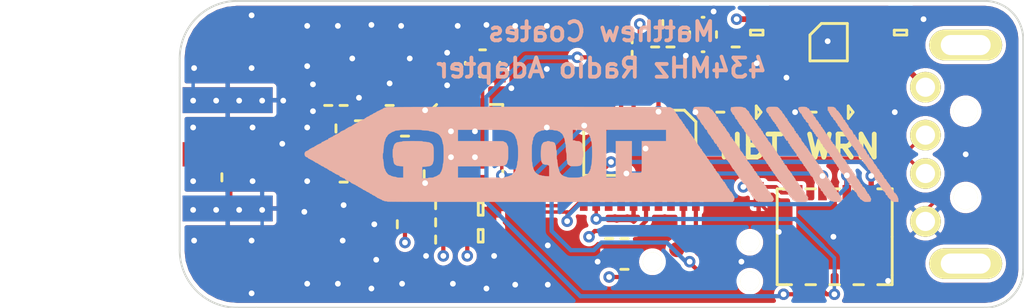
<source format=kicad_pcb>
(kicad_pcb (version 4) (host pcbnew 4.0.2-4+6225~38~ubuntu14.04.1-stable)
  (layers (0 F.Cu signal) (1 In1.Cu signal) (2 In2.Cu signal) (31 B.Cu signal) (34 B.Paste user hide) (35 F.Paste user hide) (36 B.SilkS user) (37 F.SilkS user) (38 B.Mask user hide) (39 F.Mask user) (44 Edge.Cuts user))
  (net 0 "")
  (net 1 "Net-(IC2-Pad3)")
  (net 2 "Net-(IC3-Pad7)")
  (net 3 "Net-(IC3-Pad9)")
  (net 4 "Net-(IC3-Pad10)")
  (net 5 "Net-(IC3-Pad16)")
  (net 6 "Net-(IC3-Pad17)")
  (net 7 "Net-(IC3-Pad19)")
  (net 8 "Net-(IC3-Pad20)")
  (net 9 "Net-(J1-Pad6)")
  (net 10 "Net-(J1-Pad5)")
  (net 11 GND)
  (net 12 "Net-(C1-Pad2)")
  (net 13 3v3)
  (net 14 "Net-(C2-Pad2)")
  (net 15 "Net-(C3-Pad1)")
  (net 16 "Net-(C3-Pad2)")
  (net 17 "Net-(C4-Pad1)")
  (net 18 "Net-(C4-Pad2)")
  (net 19 5v)
  (net 20 "Net-(C8-Pad1)")
  (net 21 "Net-(C9-Pad1)")
  (net 22 "Net-(C17-Pad2)")
  (net 23 "Net-(C18-Pad2)")
  (net 24 /~RST)
  (net 25 "Net-(D1-Pad1)")
  (net 26 /SPI1_NSS_FLASH)
  (net 27 /Radio_nIRQ)
  (net 28 /SPI1_NSS_RADIO)
  (net 29 /SPI1_SCK)
  (net 30 /SPI1_MISO)
  (net 31 /SPI1_MOSI)
  (net 32 /USB_DM)
  (net 33 /USB_DP)
  (net 34 /SWDIO)
  (net 35 /SWCLK)
  (net 36 "Net-(IC4-Pad3)")
  (net 37 /FLASH_RST)
  (net 38 "Net-(P2-Pad6)")
  (net 39 "Net-(D2-Pad2)")
  (net 40 "Net-(D3-Pad2)")
  (net 41 /STAT_HBT)
  (net 42 /STAT_WRN)
  (module agg:TSSOP20 (layer F.Cu) (at 156 101.4 270)
    (fp_text reference IC2)
    (fp_text value STM32F042F6P6)
    (pad 1 smd rect (at -2.875 -2.925 270) (size 1.35 0.4) (layers F.Cu F.Paste F.Mask) (net 11 GND))
    (pad 2 smd rect (at -2.875 -2.275 270) (size 1.35 0.4) (layers F.Cu F.Paste F.Mask) (net 22 "Net-(C17-Pad2)"))
    (pad 3 smd rect (at -2.875 -1.625 270) (size 1.35 0.4) (layers F.Cu F.Paste F.Mask) (net 1 "Net-(IC2-Pad3)"))
    (pad 4 smd rect (at -2.875 -0.975 270) (size 1.35 0.4) (layers F.Cu F.Paste F.Mask) (net 24 /~RST))
    (pad 5 smd rect (at -2.875 -0.325 270) (size 1.35 0.4) (layers F.Cu F.Paste F.Mask) (net 13 3v3))
    (pad 6 smd rect (at -2.875 0.325 270) (size 1.35 0.4) (layers F.Cu F.Paste F.Mask) (net 41 /STAT_HBT))
    (pad 7 smd rect (at -2.875 0.975 270) (size 1.35 0.4) (layers F.Cu F.Paste F.Mask) (net 42 /STAT_WRN))
    (pad 8 smd rect (at -2.875 1.625 270) (size 1.35 0.4) (layers F.Cu F.Paste F.Mask) (net 26 /SPI1_NSS_FLASH))
    (pad 9 smd rect (at -2.875 2.275 270) (size 1.35 0.4) (layers F.Cu F.Paste F.Mask) (net 27 /Radio_nIRQ))
    (pad 10 smd rect (at -2.875 2.925 270) (size 1.35 0.4) (layers F.Cu F.Paste F.Mask) (net 28 /SPI1_NSS_RADIO))
    (pad 11 smd rect (at 2.875 2.925 270) (size 1.35 0.4) (layers F.Cu F.Paste F.Mask) (net 29 /SPI1_SCK))
    (pad 12 smd rect (at 2.875 2.275 270) (size 1.35 0.4) (layers F.Cu F.Paste F.Mask) (net 30 /SPI1_MISO))
    (pad 13 smd rect (at 2.875 1.625 270) (size 1.35 0.4) (layers F.Cu F.Paste F.Mask) (net 31 /SPI1_MOSI))
    (pad 14 smd rect (at 2.875 0.975 270) (size 1.35 0.4) (layers F.Cu F.Paste F.Mask) (net 37 /FLASH_RST))
    (pad 15 smd rect (at 2.875 0.325 270) (size 1.35 0.4) (layers F.Cu F.Paste F.Mask) (net 11 GND))
    (pad 16 smd rect (at 2.875 -0.325 270) (size 1.35 0.4) (layers F.Cu F.Paste F.Mask) (net 13 3v3))
    (pad 17 smd rect (at 2.875 -0.975 270) (size 1.35 0.4) (layers F.Cu F.Paste F.Mask) (net 32 /USB_DM))
    (pad 18 smd rect (at 2.875 -1.625 270) (size 1.35 0.4) (layers F.Cu F.Paste F.Mask) (net 33 /USB_DP))
    (pad 19 smd rect (at 2.875 -2.275 270) (size 1.35 0.4) (layers F.Cu F.Paste F.Mask) (net 34 /SWDIO))
    (pad 20 smd rect (at 2.875 -2.925 270) (size 1.35 0.4) (layers F.Cu F.Paste F.Mask) (net 35 /SWCLK))
  )
  (module agg:MSOP-8 (layer F.Cu) (at 165.85 96.15)
    (fp_text reference IC1)
    (fp_text value ADP3335)
    (pad 1 smd rect (at -2.2 -0.975) (size 1.45 0.45) (layers F.Cu F.Paste F.Mask) (net 13 3v3))
    (pad 2 smd rect (at -2.2 -0.325) (size 1.45 0.45) (layers F.Cu F.Paste F.Mask) (net 13 3v3))
    (pad 3 smd rect (at -2.2 0.325) (size 1.45 0.45) (layers F.Cu F.Paste F.Mask) (net 13 3v3))
    (pad 4 smd rect (at -2.2 0.975) (size 1.45 0.45) (layers F.Cu F.Paste F.Mask) (net 11 GND))
    (pad 5 smd rect (at 2.2 0.975) (size 1.45 0.45) (layers F.Cu F.Paste F.Mask) (net 14 "Net-(C2-Pad2)"))
    (pad 6 smd rect (at 2.2 0.325) (size 1.45 0.45) (layers F.Cu F.Paste F.Mask) (net 19 5v))
    (pad 7 smd rect (at 2.2 -0.325) (size 1.45 0.45) (layers F.Cu F.Paste F.Mask) (net 19 5v))
    (pad 8 smd rect (at 2.2 -0.975) (size 1.45 0.45) (layers F.Cu F.Paste F.Mask) (net 19 5v))
  )
  (module agg:QFN-20-EP-SI (layer F.Cu) (at 146.8 101.45)
    (fp_text reference IC3)
    (fp_text value Si4460)
    (pad 1 smd rect (at -2 -1) (size 0.75 0.3) (layers F.Cu F.Paste F.Mask) (net 11 GND))
    (pad 2 smd rect (at -2 -0.5) (size 0.75 0.3) (layers F.Cu F.Paste F.Mask) (net 12 "Net-(C1-Pad2)"))
    (pad 3 smd rect (at -2 0) (size 0.75 0.3) (layers F.Cu F.Paste F.Mask) (net 15 "Net-(C3-Pad1)"))
    (pad 4 smd rect (at -2 0.5) (size 0.75 0.3) (layers F.Cu F.Paste F.Mask) (net 17 "Net-(C4-Pad1)"))
    (pad 5 smd rect (at -2 1) (size 0.75 0.3) (layers F.Cu F.Paste F.Mask) (net 11 GND))
    (pad 6 smd rect (at -1 2) (size 0.3 0.75) (layers F.Cu F.Paste F.Mask) (net 13 3v3))
    (pad 7 smd rect (at -0.5 2) (size 0.3 0.75) (layers F.Cu F.Paste F.Mask) (net 2 "Net-(IC3-Pad7)"))
    (pad 8 smd rect (at 0 2) (size 0.3 0.75) (layers F.Cu F.Paste F.Mask) (net 13 3v3))
    (pad 9 smd rect (at 0.5 2) (size 0.3 0.75) (layers F.Cu F.Paste F.Mask) (net 3 "Net-(IC3-Pad9)"))
    (pad 10 smd rect (at 1 2) (size 0.3 0.75) (layers F.Cu F.Paste F.Mask) (net 4 "Net-(IC3-Pad10)"))
    (pad 11 smd rect (at 2 1) (size 0.75 0.3) (layers F.Cu F.Paste F.Mask) (net 27 /Radio_nIRQ))
    (pad 12 smd rect (at 2 0.5) (size 0.75 0.3) (layers F.Cu F.Paste F.Mask) (net 29 /SPI1_SCK))
    (pad 13 smd rect (at 2 0) (size 0.75 0.3) (layers F.Cu F.Paste F.Mask) (net 30 /SPI1_MISO))
    (pad 14 smd rect (at 2 -0.5) (size 0.75 0.3) (layers F.Cu F.Paste F.Mask) (net 31 /SPI1_MOSI))
    (pad 15 smd rect (at 2 -1) (size 0.75 0.3) (layers F.Cu F.Paste F.Mask) (net 28 /SPI1_NSS_RADIO))
    (pad 16 smd rect (at 1 -2) (size 0.3 0.75) (layers F.Cu F.Paste F.Mask) (net 5 "Net-(IC3-Pad16)"))
    (pad 17 smd rect (at 0.5 -2) (size 0.3 0.75) (layers F.Cu F.Paste F.Mask) (net 6 "Net-(IC3-Pad17)"))
    (pad 18 smd rect (at 0 -2) (size 0.3 0.75) (layers F.Cu F.Paste F.Mask) (net 11 GND))
    (pad 19 smd rect (at -0.5 -2) (size 0.3 0.75) (layers F.Cu F.Paste F.Mask) (net 7 "Net-(IC3-Pad19)"))
    (pad 20 smd rect (at -1 -2) (size 0.3 0.75) (layers F.Cu F.Paste F.Mask) (net 8 "Net-(IC3-Pad20)"))
    (pad EP smd rect (at -0.65 -0.65) (size 1.1 1.1) (layers F.Cu F.Paste) (net 11 GND))
    (pad EP smd rect (at -0.65 0.65) (size 1.1 1.1) (layers F.Cu F.Paste) (net 11 GND))
    (pad EP smd rect (at 0.65 -0.65) (size 1.1 1.1) (layers F.Cu F.Paste) (net 11 GND))
    (pad EP smd rect (at 0.65 0.65) (size 1.1 1.1) (layers F.Cu F.Paste) (net 11 GND))
    (pad EP smd rect (at 0 0) (size 2.6 2.6) (layers F.Cu F.Mask) (net 11 GND))
  )
  (module "agg:MOLEX  48037-0001" (layer F.Cu) (at 173 102 90)
    (fp_text reference J1)
    (fp_text value USB-PLUG)
    (pad 6 thru_hole oval (at -5.7 0 90) (size 1.6 3.8) (drill oval 1.05 2.6) (layers *.Cu *.Mask F.SilkS) (net 9 "Net-(J1-Pad6)"))
    (pad 5 thru_hole oval (at 5.7 0 90) (size 1.6 3.8) (drill oval 1.05 2.6) (layers *.Cu *.Mask F.SilkS) (net 10 "Net-(J1-Pad5)"))
    (pad "" np_thru_hole circle (at -2.25 0 90) (size 1.25 1.25) (drill 1.25) (layers *.Cu *.Mask F.SilkS))
    (pad "" np_thru_hole circle (at 2.25 0 90) (size 1.25 1.25) (drill 1.25) (layers *.Cu *.Mask F.SilkS))
    (pad 3 thru_hole circle (at -1 -2.1 90) (size 1.6 1.6) (drill 1) (layers *.Cu *.Mask F.SilkS) (net 33 /USB_DP))
    (pad 2 thru_hole circle (at 1 -2.1 90) (size 1.6 1.6) (drill 1) (layers *.Cu *.Mask F.SilkS) (net 32 /USB_DM))
    (pad 1 thru_hole circle (at 3.5 -2.1 90) (size 1.6 1.6) (drill 1) (layers *.Cu *.Mask F.SilkS) (net 19 5v))
    (pad 4 thru_hole circle (at -3.5 -2.1 90) (size 1.6 1.6) (drill 1) (layers *.Cu *.Mask F.SilkS) (net 11 GND))
  )
  (module Library:SMA-J-P-H-ST-EM1 (layer F.Cu) (at 132.15 102 270)
    (fp_text reference P1)
    (fp_text value SMA)
    (pad 1 smd rect (at 0 -2.1 270) (size 1.27 4.2) (layers F.Cu F.Paste F.Mask) (net 25 "Net-(D1-Pad1)"))
    (pad 2 smd rect (at -2.825 -2.35 270) (size 1.35 4.7) (layers F.Cu F.Paste F.Mask) (net 11 GND))
    (pad 3 smd rect (at 2.825 -2.35 270) (size 1.35 4.7) (layers F.Cu F.Paste F.Mask) (net 11 GND))
    (pad 4 smd rect (at -2.825 -2.35 270) (size 1.35 4.7) (layers B.Cu B.Adhes B.Mask) (net 11 GND))
    (pad 5 smd rect (at 2.825 -2.35 270) (size 1.35 4.7) (layers B.Cu B.Adhes B.Mask) (net 11 GND))
  )
  (module agg:0402-L (layer F.Cu) (at 142.95 99.45 270)
    (fp_text reference C1)
    (fp_text value 5.1pF)
    (pad 1 smd rect (at -0.4 0 270) (size 0.52 0.52) (layers F.Cu F.Paste F.Mask) (net 11 GND))
    (pad 2 smd rect (at 0.4 0 270) (size 0.52 0.52) (layers F.Cu F.Paste F.Mask) (net 12 "Net-(C1-Pad2)"))
  )
  (module agg:0402-L (layer F.Cu) (at 165.85 98.4)
    (fp_text reference C2)
    (fp_text value 1nF)
    (pad 1 smd rect (at -0.4 0) (size 0.52 0.52) (layers F.Cu F.Paste F.Mask) (net 13 3v3))
    (pad 2 smd rect (at 0.4 0) (size 0.52 0.52) (layers F.Cu F.Paste F.Mask) (net 14 "Net-(C2-Pad2)"))
  )
  (module agg:0402-L (layer F.Cu) (at 142.55 101.45 180)
    (fp_text reference C3)
    (fp_text value 2.7pF)
    (pad 1 smd rect (at -0.4 0 180) (size 0.52 0.52) (layers F.Cu F.Paste F.Mask) (net 15 "Net-(C3-Pad1)"))
    (pad 2 smd rect (at 0.4 0 180) (size 0.52 0.52) (layers F.Cu F.Paste F.Mask) (net 16 "Net-(C3-Pad2)"))
  )
  (module agg:0402-L (layer F.Cu) (at 143.35 102.250001 180)
    (fp_text reference C4)
    (fp_text value 18pF)
    (pad 1 smd rect (at -0.4 0 180) (size 0.52 0.52) (layers F.Cu F.Paste F.Mask) (net 17 "Net-(C4-Pad1)"))
    (pad 2 smd rect (at 0.4 0 180) (size 0.52 0.52) (layers F.Cu F.Paste F.Mask) (net 18 "Net-(C4-Pad2)"))
  )
  (module agg:0603-L (layer F.Cu) (at 169.6 95.65 90)
    (fp_text reference C5)
    (fp_text value 2.2uF)
    (pad 1 smd rect (at -0.7 0 90) (size 0.75 0.9) (layers F.Cu F.Paste F.Mask) (net 19 5v))
    (pad 2 smd rect (at 0.7 0 90) (size 0.75 0.9) (layers F.Cu F.Paste F.Mask) (net 11 GND))
  )
  (module agg:0603-L (layer F.Cu) (at 162.1 95.65 270)
    (fp_text reference C6)
    (fp_text value 2.2uF)
    (pad 1 smd rect (at -0.7 0 270) (size 0.75 0.9) (layers F.Cu F.Paste F.Mask) (net 13 3v3))
    (pad 2 smd rect (at 0.7 0 270) (size 0.75 0.9) (layers F.Cu F.Paste F.Mask) (net 11 GND))
  )
  (module agg:0402-L (layer F.Cu) (at 140.55 103.45 270)
    (fp_text reference C7)
    (fp_text value 8.2pF)
    (pad 1 smd rect (at -0.4 0 270) (size 0.52 0.52) (layers F.Cu F.Paste F.Mask) (net 16 "Net-(C3-Pad2)"))
    (pad 2 smd rect (at 0.4 0 270) (size 0.52 0.52) (layers F.Cu F.Paste F.Mask) (net 11 GND))
  )
  (module agg:0402-L (layer F.Cu) (at 141.35 100.250001 90)
    (fp_text reference C8)
    (fp_text value 15pF)
    (pad 1 smd rect (at -0.4 0 90) (size 0.52 0.52) (layers F.Cu F.Paste F.Mask) (net 20 "Net-(C8-Pad1)"))
    (pad 2 smd rect (at 0.4 0 90) (size 0.52 0.52) (layers F.Cu F.Paste F.Mask) (net 11 GND))
  )
  (module agg:0402-L (layer F.Cu) (at 140.55 99.450001 90)
    (fp_text reference C9)
    (fp_text value 8.2pF)
    (pad 1 smd rect (at -0.4 0 90) (size 0.52 0.52) (layers F.Cu F.Paste F.Mask) (net 21 "Net-(C9-Pad1)"))
    (pad 2 smd rect (at 0.4 0 90) (size 0.52 0.52) (layers F.Cu F.Paste F.Mask) (net 11 GND))
  )
  (module agg:0402-L (layer F.Cu) (at 143.35 105.65 180)
    (fp_text reference C10)
    (fp_text value 100nF)
    (pad 1 smd rect (at -0.4 0 180) (size 0.52 0.52) (layers F.Cu F.Paste F.Mask) (net 13 3v3))
    (pad 2 smd rect (at 0.4 0 180) (size 0.52 0.52) (layers F.Cu F.Paste F.Mask) (net 11 GND))
  )
  (module agg:0603-L (layer F.Cu) (at 147.7 106.25)
    (fp_text reference C11)
    (fp_text value 2.2uF)
    (pad 1 smd rect (at -0.7 0) (size 0.75 0.9) (layers F.Cu F.Paste F.Mask) (net 13 3v3))
    (pad 2 smd rect (at 0.7 0) (size 0.75 0.9) (layers F.Cu F.Paste F.Mask) (net 11 GND))
  )
  (module agg:0603-L (layer F.Cu) (at 147.7 104.85)
    (fp_text reference C12)
    (fp_text value 1uF)
    (pad 1 smd rect (at -0.7 0) (size 0.75 0.9) (layers F.Cu F.Paste F.Mask) (net 13 3v3))
    (pad 2 smd rect (at 0.7 0) (size 0.75 0.9) (layers F.Cu F.Paste F.Mask) (net 11 GND))
  )
  (module agg:0402-L (layer F.Cu) (at 145.35 106.45 180)
    (fp_text reference C13)
    (fp_text value 100nF)
    (pad 1 smd rect (at -0.4 0 180) (size 0.52 0.52) (layers F.Cu F.Paste F.Mask) (net 13 3v3))
    (pad 2 smd rect (at 0.4 0 180) (size 0.52 0.52) (layers F.Cu F.Paste F.Mask) (net 11 GND))
  )
  (module agg:0402-L (layer F.Cu) (at 145.35 104.65 180)
    (fp_text reference C14)
    (fp_text value 100pF)
    (pad 1 smd rect (at -0.4 0 180) (size 0.52 0.52) (layers F.Cu F.Paste F.Mask) (net 13 3v3))
    (pad 2 smd rect (at 0.4 0 180) (size 0.52 0.52) (layers F.Cu F.Paste F.Mask) (net 11 GND))
  )
  (module agg:0402-L (layer F.Cu) (at 145.35 105.55 180)
    (fp_text reference C15)
    (fp_text value 220pF)
    (pad 1 smd rect (at -0.4 0 180) (size 0.52 0.52) (layers F.Cu F.Paste F.Mask) (net 13 3v3))
    (pad 2 smd rect (at 0.4 0 180) (size 0.52 0.52) (layers F.Cu F.Paste F.Mask) (net 11 GND))
  )
  (module agg:0402-L (layer F.Cu) (at 162.2 104.1 270)
    (fp_text reference C16)
    (fp_text value 100nF)
    (pad 1 smd rect (at -0.4 0 270) (size 0.52 0.52) (layers F.Cu F.Paste F.Mask) (net 13 3v3))
    (pad 2 smd rect (at 0.4 0 270) (size 0.52 0.52) (layers F.Cu F.Paste F.Mask) (net 11 GND))
  )
  (module agg:0402-L (layer F.Cu) (at 161 96.4 270)
    (fp_text reference C17)
    (fp_text value 8pF)
    (pad 1 smd rect (at -0.4 0 270) (size 0.52 0.52) (layers F.Cu F.Paste F.Mask) (net 11 GND))
    (pad 2 smd rect (at 0.4 0 270) (size 0.52 0.52) (layers F.Cu F.Paste F.Mask) (net 22 "Net-(C17-Pad2)"))
  )
  (module agg:0402-L (layer F.Cu) (at 157.2 95.2)
    (fp_text reference C18)
    (fp_text value 8pF)
    (pad 1 smd rect (at -0.4 0) (size 0.52 0.52) (layers F.Cu F.Paste F.Mask) (net 11 GND))
    (pad 2 smd rect (at 0.4 0) (size 0.52 0.52) (layers F.Cu F.Paste F.Mask) (net 23 "Net-(C18-Pad2)"))
  )
  (module agg:0402-L (layer F.Cu) (at 155.6 96.8 180)
    (fp_text reference C19)
    (fp_text value 100nF)
    (pad 1 smd rect (at -0.4 0 180) (size 0.52 0.52) (layers F.Cu F.Paste F.Mask) (net 13 3v3))
    (pad 2 smd rect (at 0.4 0 180) (size 0.52 0.52) (layers F.Cu F.Paste F.Mask) (net 11 GND))
  )
  (module agg:0402-L (layer F.Cu) (at 155.2 106.4 270)
    (fp_text reference C20)
    (fp_text value 100nF)
    (pad 1 smd rect (at -0.4 0 270) (size 0.52 0.52) (layers F.Cu F.Paste F.Mask) (net 13 3v3))
    (pad 2 smd rect (at 0.4 0 270) (size 0.52 0.52) (layers F.Cu F.Paste F.Mask) (net 11 GND))
  )
  (module agg:0402-L (layer F.Cu) (at 155.6 96 180)
    (fp_text reference C21)
    (fp_text value 1uF)
    (pad 1 smd rect (at -0.4 0 180) (size 0.52 0.52) (layers F.Cu F.Paste F.Mask) (net 13 3v3))
    (pad 2 smd rect (at 0.4 0 180) (size 0.52 0.52) (layers F.Cu F.Paste F.Mask) (net 11 GND))
  )
  (module agg:0402-L (layer F.Cu) (at 154.4 106.4 270)
    (fp_text reference C22)
    (fp_text value 4.7uF)
    (pad 1 smd rect (at -0.4 0 270) (size 0.52 0.52) (layers F.Cu F.Paste F.Mask) (net 13 3v3))
    (pad 2 smd rect (at 0.4 0 270) (size 0.52 0.52) (layers F.Cu F.Paste F.Mask) (net 11 GND))
  )
  (module agg:0402-L (layer F.Cu) (at 155.2 108 90)
    (fp_text reference C23)
    (fp_text value 100nF)
    (pad 1 smd rect (at -0.4 0 90) (size 0.52 0.52) (layers F.Cu F.Paste F.Mask) (net 13 3v3))
    (pad 2 smd rect (at 0.4 0 90) (size 0.52 0.52) (layers F.Cu F.Paste F.Mask) (net 11 GND))
  )
  (module agg:0402-L (layer F.Cu) (at 156.8 96.4 90)
    (fp_text reference C24)
    (fp_text value 100nF)
    (pad 1 smd rect (at -0.4 0 90) (size 0.52 0.52) (layers F.Cu F.Paste F.Mask) (net 24 /~RST))
    (pad 2 smd rect (at 0.4 0 90) (size 0.52 0.52) (layers F.Cu F.Paste F.Mask) (net 11 GND))
  )
  (module agg:0402-L (layer F.Cu) (at 134.2 103.2)
    (fp_text reference D1)
    (fp_text value ESD_DIODE)
    (pad 1 smd rect (at -0.4 0) (size 0.52 0.52) (layers F.Cu F.Paste F.Mask) (net 25 "Net-(D1-Pad1)"))
    (pad 2 smd rect (at 0.4 0) (size 0.52 0.52) (layers F.Cu F.Paste F.Mask) (net 11 GND))
  )
  (module agg:WND008 (layer F.Cu) (at 166.165 106.3 90)
    (fp_text reference IC4)
    (fp_text value S25FL127S)
    (pad 9 smd rect (at 0 0 90) (size 3.4 4) (layers F.Cu F.Paste F.Mask) (net 11 GND))
    (pad 1 smd rect (at -2.3 -1.905 270) (size 0.8 0.45) (layers F.Cu F.Paste F.Mask) (net 26 /SPI1_NSS_FLASH))
    (pad 2 smd rect (at -2.3 -0.635 270) (size 0.8 0.45) (layers F.Cu F.Paste F.Mask) (net 30 /SPI1_MISO))
    (pad 3 smd rect (at -2.3 0.635 270) (size 0.8 0.45) (layers F.Cu F.Paste F.Mask) (net 36 "Net-(IC4-Pad3)"))
    (pad 4 smd rect (at -2.3 1.905 270) (size 0.8 0.45) (layers F.Cu F.Paste F.Mask) (net 11 GND))
    (pad 5 smd rect (at 2.3 1.905 270) (size 0.8 0.45) (layers F.Cu F.Paste F.Mask) (net 31 /SPI1_MOSI))
    (pad 6 smd rect (at 2.3 0.635 270) (size 0.8 0.45) (layers F.Cu F.Paste F.Mask) (net 29 /SPI1_SCK))
    (pad 7 smd rect (at 2.3 -0.635 270) (size 0.8 0.45) (layers F.Cu F.Paste F.Mask) (net 37 /FLASH_RST))
    (pad 8 smd rect (at 2.3 -1.905 270) (size 0.8 0.45) (layers F.Cu F.Paste F.Mask) (net 13 3v3))
  )
  (module agg:0402-L (layer F.Cu) (at 143.75 101.05 90)
    (fp_text reference L1)
    (fp_text value 56nH)
    (pad 1 smd rect (at -0.4 0 90) (size 0.52 0.52) (layers F.Cu F.Paste F.Mask) (net 15 "Net-(C3-Pad1)"))
    (pad 2 smd rect (at 0.4 0 90) (size 0.52 0.52) (layers F.Cu F.Paste F.Mask) (net 12 "Net-(C1-Pad2)"))
  )
  (module agg:0402-L (layer F.Cu) (at 142.55 100.65 180)
    (fp_text reference L2)
    (fp_text value 56nH)
    (pad 1 smd rect (at -0.4 0 180) (size 0.52 0.52) (layers F.Cu F.Paste F.Mask) (net 12 "Net-(C1-Pad2)"))
    (pad 2 smd rect (at 0.4 0 180) (size 0.52 0.52) (layers F.Cu F.Paste F.Mask) (net 16 "Net-(C3-Pad2)"))
  )
  (module agg:0402-L (layer F.Cu) (at 140.55 101.85 90)
    (fp_text reference L3)
    (fp_text value 18nH)
    (pad 1 smd rect (at -0.4 0 90) (size 0.52 0.52) (layers F.Cu F.Paste F.Mask) (net 16 "Net-(C3-Pad2)"))
    (pad 2 smd rect (at 0.4 0 90) (size 0.52 0.52) (layers F.Cu F.Paste F.Mask) (net 20 "Net-(C8-Pad1)"))
  )
  (module agg:0402-L (layer F.Cu) (at 140.15 100.65 180)
    (fp_text reference L4)
    (fp_text value 18nH)
    (pad 1 smd rect (at -0.4 0 180) (size 0.52 0.52) (layers F.Cu F.Paste F.Mask) (net 20 "Net-(C8-Pad1)"))
    (pad 2 smd rect (at 0.4 0 180) (size 0.52 0.52) (layers F.Cu F.Paste F.Mask) (net 21 "Net-(C9-Pad1)"))
  )
  (module agg:0402-L (layer F.Cu) (at 141.75 102.25 180)
    (fp_text reference L5)
    (fp_text value 56nH)
    (pad 1 smd rect (at -0.4 0 180) (size 0.52 0.52) (layers F.Cu F.Paste F.Mask) (net 18 "Net-(C4-Pad2)"))
    (pad 2 smd rect (at 0.4 0 180) (size 0.52 0.52) (layers F.Cu F.Paste F.Mask) (net 16 "Net-(C3-Pad2)"))
  )
  (module agg:0603-L (layer F.Cu) (at 143.55 103.95 270)
    (fp_text reference L6)
    (fp_text value 220nH)
    (pad 1 smd rect (at -0.7 0 270) (size 0.75 0.9) (layers F.Cu F.Paste F.Mask) (net 17 "Net-(C4-Pad1)"))
    (pad 2 smd rect (at 0.7 0 270) (size 0.75 0.9) (layers F.Cu F.Paste F.Mask) (net 13 3v3))
  )
  (module agg:TC2030-NL (layer F.Cu) (at 159.2 107.6)
    (fp_text reference P2)
    (fp_text value SWD_TC)
    (pad 1 smd circle (at -1.27 0.64) (size 0.787 0.787) (layers F.Cu F.Mask) (net 13 3v3))
    (pad 2 smd circle (at -1.27 -0.63) (size 0.787 0.787) (layers F.Cu F.Mask) (net 34 /SWDIO))
    (pad 3 smd circle (at 0 0.64) (size 0.787 0.787) (layers F.Cu F.Mask) (net 24 /~RST))
    (pad 4 smd circle (at 0 -0.63) (size 0.787 0.787) (layers F.Cu F.Mask) (net 35 /SWCLK))
    (pad 5 smd circle (at 1.27 0.64) (size 0.787 0.787) (layers F.Cu F.Mask) (net 11 GND))
    (pad 6 smd circle (at 1.27 -0.63) (size 0.787 0.787) (layers F.Cu F.Mask) (net 38 "Net-(P2-Pad6)"))
    (pad "" np_thru_hole circle (at -2.54 0.005) (size 1 1) (drill 1) (layers *.Cu *.Mask F.SilkS))
    (pad "" np_thru_hole circle (at 2.54 1.021) (size 1 1) (drill 1) (layers *.Cu *.Mask F.SilkS))
    (pad "" np_thru_hole circle (at 2.54 -1.011) (size 1 1) (drill 1) (layers *.Cu *.Mask F.SilkS))
  )
  (module agg:0402-L (layer F.Cu) (at 139.75 99.45 90)
    (fp_text reference R1)
    (fp_text value 0R)
    (pad 1 smd rect (at -0.4 0 90) (size 0.52 0.52) (layers F.Cu F.Paste F.Mask) (net 21 "Net-(C9-Pad1)"))
    (pad 2 smd rect (at 0.4 0 90) (size 0.52 0.52) (layers F.Cu F.Paste F.Mask) (net 25 "Net-(D1-Pad1)"))
  )
  (module agg:0402-L (layer F.Cu) (at 157.6 96.4 270)
    (fp_text reference R2)
    (fp_text value 100R)
    (pad 1 smd rect (at -0.4 0 270) (size 0.52 0.52) (layers F.Cu F.Paste F.Mask) (net 23 "Net-(C18-Pad2)"))
    (pad 2 smd rect (at 0.4 0 270) (size 0.52 0.52) (layers F.Cu F.Paste F.Mask) (net 1 "Net-(IC2-Pad3)"))
  )
  (module agg:XTAL-20x16 (layer F.Cu) (at 147.8 97.25 270)
    (fp_text reference Y1)
    (fp_text value 30MHz)
    (pad 1 smd rect (at -0.575 -0.725 180) (size 0.95 0.85) (layers F.Cu F.Paste F.Mask) (net 5 "Net-(IC3-Pad16)"))
    (pad 2 smd rect (at -0.575 0.725 180) (size 0.95 0.85) (layers F.Cu F.Paste F.Mask) (net 11 GND))
    (pad 3 smd rect (at 0.575 0.725 180) (size 0.95 0.85) (layers F.Cu F.Paste F.Mask) (net 6 "Net-(IC3-Pad17)"))
    (pad 4 smd rect (at 0.575 -0.725 180) (size 0.95 0.85) (layers F.Cu F.Paste F.Mask) (net 11 GND))
  )
  (module agg:XTAL-20x16 (layer F.Cu) (at 159.3 95.75 180)
    (fp_text reference Y2)
    (fp_text value 26MHz)
    (pad 1 smd rect (at -0.575 -0.725 90) (size 0.95 0.85) (layers F.Cu F.Paste F.Mask) (net 22 "Net-(C17-Pad2)"))
    (pad 2 smd rect (at -0.575 0.725 90) (size 0.95 0.85) (layers F.Cu F.Paste F.Mask) (net 11 GND))
    (pad 3 smd rect (at 0.575 0.725 90) (size 0.95 0.85) (layers F.Cu F.Paste F.Mask) (net 23 "Net-(C18-Pad2)"))
    (pad 4 smd rect (at 0.575 -0.725 90) (size 0.95 0.85) (layers F.Cu F.Paste F.Mask) (net 11 GND))
  )
  (module agg:0603-LED (layer F.Cu) (at 162.2 99.8 180)
    (fp_text reference D2)
    (fp_text value LED)
    (pad 1 smd rect (at -0.8 0 180) (size 0.95 1) (layers F.Cu F.Paste F.Mask) (net 11 GND))
    (pad 2 smd rect (at 0.8 0 180) (size 0.95 1) (layers F.Cu F.Paste F.Mask) (net 39 "Net-(D2-Pad2)"))
  )
  (module agg:0603-LED (layer F.Cu) (at 167 99.8 180)
    (fp_text reference D3)
    (fp_text value LED)
    (pad 1 smd rect (at -0.8 0 180) (size 0.95 1) (layers F.Cu F.Paste F.Mask) (net 11 GND))
    (pad 2 smd rect (at 0.8 0 180) (size 0.95 1) (layers F.Cu F.Paste F.Mask) (net 40 "Net-(D3-Pad2)"))
  )
  (module agg:0402-L (layer F.Cu) (at 160.2 99.8 90)
    (fp_text reference R3)
    (fp_text value 1k)
    (pad 1 smd rect (at -0.4 0 90) (size 0.52 0.52) (layers F.Cu F.Paste F.Mask) (net 41 /STAT_HBT))
    (pad 2 smd rect (at 0.4 0 90) (size 0.52 0.52) (layers F.Cu F.Paste F.Mask) (net 39 "Net-(D2-Pad2)"))
  )
  (module agg:0402-L (layer F.Cu) (at 165 99.8 90)
    (fp_text reference R4)
    (fp_text value 1k)
    (pad 1 smd rect (at -0.4 0 90) (size 0.52 0.52) (layers F.Cu F.Paste F.Mask) (net 42 /STAT_WRN))
    (pad 2 smd rect (at 0.4 0 90) (size 0.52 0.52) (layers F.Cu F.Paste F.Mask) (net 40 "Net-(D3-Pad2)"))
  )
  (module Library:BMI-S-201-F (layer F.Cu) (at 138.15 109.25)
    (fp_text reference X1)
    (fp_text value "RF Frame")
  )
  (module Library:Rocket (layer B.Cu) (at 154 102.2 270)
    (fp_text reference G*** hide)
    (fp_text value LOGO hide)
  )
  (gr_text "434MHz Radio Adapter" (at 154 97.5) (layer B.SilkS) (effects (font (size 1 1) (thickness 0.2)) (justify mirror)))
  (gr_text "Matthew Coates" (at 154 95.6) (layer B.SilkS) (effects (font (size 1 1) (thickness 0.2)) (justify mirror)))
  (gr_line (start 142.55 100.840001) (end 142.55 100.46) (layer F.SilkS) (width 0.15))
  (gr_line (start 135 110) (end 136 110) (layer Edge.Cuts) (width 0.1))
  (gr_line (start 132 106) (end 132 107) (layer Edge.Cuts) (width 0.1))
  (gr_arc (start 135 107) (end 135 110) (angle 90) (layer Edge.Cuts) (width 0.1))
  (gr_line (start 132 97) (end 132 98) (layer Edge.Cuts) (width 0.1))
  (gr_line (start 135 94) (end 136 94) (layer Edge.Cuts) (width 0.1))
  (gr_arc (start 135 97) (end 132 97) (angle 90) (layer Edge.Cuts) (width 0.1))
  (gr_line (start 176 108) (end 176 96) (layer Edge.Cuts) (width 0.1))
  (gr_arc (start 174 108) (end 176 108) (angle 90) (layer Edge.Cuts) (width 0.1))
  (gr_arc (start 174 96) (end 174 94) (angle 90) (layer Edge.Cuts) (width 0.1))
  (gr_line (start 174 94) (end 136 94) (layer Edge.Cuts) (width 0.1))
  (gr_line (start 136 110) (end 174 110) (layer Edge.Cuts) (width 0.1))
  (gr_line (start 132 98) (end 132 106) (layer Edge.Cuts) (width 0.1))
  (gr_line (start 162.38 104.1) (end 161.999998 104.1) (layer F.SilkS) (width 0.15))
  (gr_line (start 161.19 96.4) (end 160.809998 96.4) (layer F.SilkS) (width 0.15))
  (gr_line (start 165.2 99.8) (end 164.819998 99.8) (layer F.SilkS) (width 0.15))
  (gr_line (start 157.2 95.400001) (end 157.2 95.02) (layer F.SilkS) (width 0.15))
  (gr_line (start 157.409999 96.4) (end 157.79 96.4) (layer F.SilkS) (width 0.15))
  (gr_line (start 156.609999 96.4) (end 156.99 96.4) (layer F.SilkS) (width 0.15))
  (gr_line (start 155.6 95.81) (end 155.6 96.190001) (layer F.SilkS) (width 0.15))
  (gr_line (start 155.6 96.62) (end 155.6 97.000001) (layer F.SilkS) (width 0.15))
  (gr_line (start 160.390001 99.8) (end 160.01 99.8) (layer F.SilkS) (width 0.15))
  (gr_line (start 155.390001 108) (end 155.01 108) (layer F.SilkS) (width 0.15))
  (gr_line (start 155.390001 106.4) (end 155.01 106.4) (layer F.SilkS) (width 0.15))
  (gr_line (start 154.590001 106.4) (end 154.21 106.4) (layer F.SilkS) (width 0.15))
  (gr_line (start 134.2 103.390001) (end 134.2 103.01) (layer F.SilkS) (width 0.15))
  (gr_line (start 145.35 104.840001) (end 145.35 104.46) (layer F.SilkS) (width 0.15))
  (gr_line (start 145.35 106.640001) (end 145.35 106.26) (layer F.SilkS) (width 0.15))
  (gr_line (start 145.35 105.740001) (end 145.35 105.36) (layer F.SilkS) (width 0.15))
  (gr_line (start 143.35 105.840001) (end 143.35 105.46) (layer F.SilkS) (width 0.15))
  (gr_line (start 140.359999 103.45) (end 140.74 103.45) (layer F.SilkS) (width 0.15))
  (gr_line (start 139.559999 99.45) (end 139.94 99.45) (layer F.SilkS) (width 0.15))
  (gr_line (start 140.359999 99.45) (end 140.74 99.45) (layer F.SilkS) (width 0.15))
  (gr_line (start 141.159999 100.25) (end 141.54 100.25) (layer F.SilkS) (width 0.15))
  (gr_line (start 140.15 100.459999) (end 140.15 100.84) (layer F.SilkS) (width 0.15))
  (gr_line (start 140.740001 101.85) (end 140.36 101.85) (layer F.SilkS) (width 0.15))
  (gr_line (start 141.75 102.44) (end 141.75 102.059999) (layer F.SilkS) (width 0.15))
  (gr_line (start 143.35 102.44) (end 143.35 102.059999) (layer F.SilkS) (width 0.15))
  (gr_line (start 142.55 101.64) (end 142.55 101.259999) (layer F.SilkS) (width 0.15))
  (gr_line (start 143.56 101.05) (end 143.94 101.05) (layer F.SilkS) (width 0.15))
  (gr_line (start 142.76 99.45) (end 143.14 99.45) (layer F.SilkS) (width 0.15))
  (gr_text WRN (at 166.6 101.6) (layer F.SilkS) (effects (font (size 1.2 1.2) (thickness 0.25))))
  (gr_text HBT (at 161.8 101.6) (layer F.SilkS) (effects (font (size 1.2 1.2) (thickness 0.25))))
  (segment (start 157.625 98.525) (end 157.625 96.825) (width 0.22) (layer F.Cu) (net 1))
  (segment (start 157.625 96.825) (end 157.6 96.8) (width 0.22) (layer F.Cu) (net 1))
  (segment (start 147.8 99.45) (end 147.8 97.2) (width 0.18) (layer F.Cu) (net 5))
  (segment (start 147.8 97.2) (end 148.325 96.675) (width 0.18) (layer F.Cu) (net 5))
  (segment (start 148.325 96.675) (end 148.525 96.675) (width 0.18) (layer F.Cu) (net 5))
  (segment (start 147.3 99.45) (end 147.3 98.05) (width 0.18) (layer F.Cu) (net 6))
  (segment (start 147.3 98.05) (end 147.075 97.825) (width 0.18) (layer F.Cu) (net 6))
  (segment (start 138.95 99.75) (end 138.95 100.3) (width 0.18) (layer F.Cu) (net 11))
  (segment (start 138.95 100.3) (end 138.65 100.6) (width 0.18) (layer F.Cu) (net 11))
  (via (at 138.65 100.6) (size 0.6) (drill 0.3) (layers F.Cu B.Cu) (net 11))
  (segment (start 163.65 98) (end 163.9 98) (width 0.18) (layer B.Cu) (net 11))
  (segment (start 163.9 98) (end 165.8 96.1) (width 0.18) (layer B.Cu) (net 11))
  (segment (start 170.9 104.95) (end 173 102.85) (width 0.18) (layer F.Cu) (net 11))
  (segment (start 173 102.85) (end 173 102) (width 0.18) (layer F.Cu) (net 11))
  (segment (start 170.9 105.5) (end 170.9 104.95) (width 0.18) (layer F.Cu) (net 11))
  (segment (start 169.6 94.95) (end 170.8 94.95) (width 0.18) (layer F.Cu) (net 11))
  (segment (start 158.925 98.525) (end 158.925 99.775) (width 0.18) (layer F.Cu) (net 11))
  (segment (start 158.925 99.775) (end 158.9 99.8) (width 0.18) (layer F.Cu) (net 11))
  (segment (start 162.1 96.35) (end 162.1 97.25) (width 0.18) (layer F.Cu) (net 11))
  (segment (start 163.65 97.125) (end 163.65 98) (width 0.18) (layer F.Cu) (net 11))
  (segment (start 163 99.8) (end 164.1 99.8) (width 0.18) (layer F.Cu) (net 11))
  (segment (start 167.8 99.8) (end 169.3 99.8) (width 0.18) (layer F.Cu) (net 11))
  (segment (start 163.25 106.05) (end 163.25 105.55) (width 0.18) (layer F.Cu) (net 11))
  (segment (start 163.25 105.55) (end 162.2 104.5) (width 0.18) (layer F.Cu) (net 11))
  (segment (start 168.07 108.6) (end 168.95 108.6) (width 0.18) (layer F.Cu) (net 11))
  (segment (start 161.3 107.6) (end 161.11 107.6) (width 0.18) (layer F.Cu) (net 11))
  (segment (start 161.11 107.6) (end 160.47 108.24) (width 0.18) (layer F.Cu) (net 11))
  (segment (start 154.1 107.6) (end 154.4 107.3) (width 0.18) (layer F.Cu) (net 11))
  (segment (start 154.4 107.3) (end 154.4 106.8) (width 0.18) (layer F.Cu) (net 11))
  (segment (start 153.8 107.6) (end 154.1 107.6) (width 0.18) (layer F.Cu) (net 11))
  (segment (start 143.6 108.75) (end 142.25 108.75) (width 0.18) (layer B.Cu) (net 11))
  (segment (start 142.25 108.75) (end 142 109) (width 0.18) (layer B.Cu) (net 11))
  (segment (start 143.6 108.75) (end 146.25 108.75) (width 0.18) (layer B.Cu) (net 11))
  (segment (start 146.25 108.75) (end 147.75 108.75) (width 0.18) (layer B.Cu) (net 11))
  (segment (start 147.75 108.75) (end 148 109) (width 0.18) (layer B.Cu) (net 11))
  (segment (start 148 109) (end 148 107.7) (width 0.18) (layer B.Cu) (net 11))
  (segment (start 148 107.7) (end 148.4 107.3) (width 0.18) (layer B.Cu) (net 11))
  (segment (start 149.5 108.8) (end 148.2 108.8) (width 0.18) (layer B.Cu) (net 11))
  (segment (start 148.2 108.8) (end 148 109) (width 0.18) (layer B.Cu) (net 11))
  (segment (start 151.2 108.8) (end 149.5 108.8) (width 0.18) (layer F.Cu) (net 11))
  (segment (start 151.2 106.75) (end 151.2 108.8) (width 0.18) (layer F.Cu) (net 11))
  (segment (start 151.15 97.55) (end 151.15 95.3) (width 0.18) (layer F.Cu) (net 11))
  (segment (start 149.3 98.55) (end 149.3 98.75) (width 0.18) (layer B.Cu) (net 11))
  (segment (start 149.3 98.75) (end 151.15 100.6) (width 0.18) (layer B.Cu) (net 11))
  (segment (start 151.15 97.55) (end 150.3 97.55) (width 0.18) (layer B.Cu) (net 11))
  (segment (start 150.3 97.55) (end 149.3 98.55) (width 0.18) (layer B.Cu) (net 11))
  (segment (start 149.5 95.3) (end 151.15 95.3) (width 0.18) (layer B.Cu) (net 11))
  (segment (start 148 95.25) (end 149.45 95.25) (width 0.18) (layer B.Cu) (net 11))
  (segment (start 149.45 95.25) (end 149.5 95.3) (width 0.18) (layer B.Cu) (net 11))
  (segment (start 146.5 95.3) (end 147.95 95.3) (width 0.18) (layer B.Cu) (net 11))
  (segment (start 147.95 95.3) (end 148 95.25) (width 0.18) (layer B.Cu) (net 11))
  (segment (start 146.5 95.3) (end 146.5 96.15) (width 0.18) (layer B.Cu) (net 11))
  (segment (start 146.5 96.15) (end 145.95 96.7) (width 0.18) (layer B.Cu) (net 11))
  (segment (start 144.8 99.7) (end 144.8 99.55) (width 0.18) (layer B.Cu) (net 11))
  (segment (start 144.8 99.55) (end 145.95 98.4) (width 0.18) (layer B.Cu) (net 11))
  (segment (start 145.55 97) (end 145.65 97) (width 0.18) (layer B.Cu) (net 11))
  (segment (start 144 97) (end 145.55 97) (width 0.18) (layer B.Cu) (net 11))
  (segment (start 145.55 97) (end 145.55 98) (width 0.18) (layer B.Cu) (net 11))
  (segment (start 145.55 98) (end 145.95 98.4) (width 0.18) (layer B.Cu) (net 11))
  (segment (start 145.65 97) (end 145.95 96.7) (width 0.18) (layer B.Cu) (net 11))
  (segment (start 142.95 98.3) (end 142.95 98.05) (width 0.18) (layer B.Cu) (net 11))
  (segment (start 142.95 98.05) (end 144 97) (width 0.18) (layer B.Cu) (net 11))
  (segment (start 142.95 98.3) (end 142.1 98.3) (width 0.18) (layer B.Cu) (net 11))
  (segment (start 142.1 98.3) (end 141.35 99.05) (width 0.18) (layer B.Cu) (net 11))
  (segment (start 143.55 95.3) (end 143.55 96.55) (width 0.18) (layer B.Cu) (net 11))
  (segment (start 143.55 96.55) (end 144 97) (width 0.18) (layer B.Cu) (net 11))
  (segment (start 142 95.25) (end 143.5 95.25) (width 0.18) (layer B.Cu) (net 11))
  (segment (start 143.5 95.25) (end 143.55 95.3) (width 0.18) (layer B.Cu) (net 11))
  (segment (start 141 97) (end 141 96.25) (width 0.18) (layer B.Cu) (net 11))
  (segment (start 141 96.25) (end 142 95.25) (width 0.18) (layer B.Cu) (net 11))
  (segment (start 140.25 95.3) (end 141.95 95.3) (width 0.18) (layer B.Cu) (net 11))
  (segment (start 141.95 95.3) (end 142 95.25) (width 0.18) (layer B.Cu) (net 11))
  (segment (start 138.65 95.3) (end 140.25 95.3) (width 0.18) (layer B.Cu) (net 11))
  (segment (start 138.65 97.4) (end 138.65 95.3) (width 0.18) (layer B.Cu) (net 11))
  (segment (start 138.65 97.4) (end 138.65 98.05) (width 0.18) (layer B.Cu) (net 11))
  (segment (start 138.65 98.05) (end 138.95 98.35) (width 0.18) (layer B.Cu) (net 11))
  (segment (start 138.4 99.15) (end 138.95 98.6) (width 0.18) (layer B.Cu) (net 11))
  (segment (start 138.95 98.6) (end 138.95 98.35) (width 0.18) (layer B.Cu) (net 11))
  (segment (start 138.4 99.2) (end 138.4 99.15) (width 0.18) (layer B.Cu) (net 11))
  (segment (start 137.4 99.2) (end 138.4 99.2) (width 0.18) (layer B.Cu) (net 11))
  (segment (start 138.4 99.2) (end 138.95 99.75) (width 0.18) (layer B.Cu) (net 11))
  (segment (start 136.3 99.2) (end 137.4 99.2) (width 0.18) (layer B.Cu) (net 11))
  (segment (start 135.75 106.5) (end 135.75 109.25) (width 0.18) (layer B.Cu) (net 11))
  (segment (start 136.3 104.9) (end 136.3 105.95) (width 0.18) (layer B.Cu) (net 11))
  (segment (start 136.3 105.95) (end 135.75 106.5) (width 0.18) (layer B.Cu) (net 11))
  (segment (start 135.75 97.5) (end 135.75 94.75) (width 0.18) (layer B.Cu) (net 11))
  (segment (start 132.75 97.5) (end 135.75 97.5) (width 0.18) (layer B.Cu) (net 11))
  (segment (start 132.7 99.2) (end 132.7 97.55) (width 0.18) (layer B.Cu) (net 11))
  (segment (start 132.7 97.55) (end 132.75 97.5) (width 0.18) (layer B.Cu) (net 11))
  (via (at 170.8 94.95) (size 0.6) (drill 0.3) (layers F.Cu B.Cu) (net 11))
  (via (at 165.8 96.1) (size 0.6) (drill 0.3) (layers F.Cu B.Cu) (net 11))
  (via (at 158.9 99.8) (size 0.6) (drill 0.3) (layers F.Cu B.Cu) (net 11))
  (via (at 162.1 97.25) (size 0.6) (drill 0.3) (layers F.Cu B.Cu) (net 11))
  (via (at 163.65 98) (size 0.6) (drill 0.3) (layers F.Cu B.Cu) (net 11))
  (via (at 164.1 99.8) (size 0.6) (drill 0.3) (layers F.Cu B.Cu) (net 11))
  (via (at 169.3 99.8) (size 0.6) (drill 0.3) (layers F.Cu B.Cu) (net 11))
  (via (at 173 102) (size 0.6) (drill 0.3) (layers F.Cu B.Cu) (net 11))
  (via (at 168.95 108.6) (size 0.6) (drill 0.3) (layers F.Cu B.Cu) (net 11))
  (via (at 163.25 106.05) (size 0.6) (drill 0.3) (layers F.Cu B.Cu) (net 11))
  (via (at 161.3 107.6) (size 0.6) (drill 0.3) (layers F.Cu B.Cu) (net 11))
  (via (at 153.8 107.6) (size 0.6) (drill 0.3) (layers F.Cu B.Cu) (net 11))
  (via (at 151.15 95.3) (size 0.6) (drill 0.3) (layers F.Cu B.Cu) (net 11))
  (via (at 149.5 95.3) (size 0.6) (drill 0.3) (layers F.Cu B.Cu) (net 11))
  (via (at 148 95.25) (size 0.6) (drill 0.3) (layers F.Cu B.Cu) (net 11))
  (via (at 146.5 95.3) (size 0.6) (drill 0.3) (layers F.Cu B.Cu) (net 11))
  (via (at 145.95 96.7) (size 0.6) (drill 0.3) (layers F.Cu B.Cu) (net 11))
  (via (at 144.8 99.7) (size 0.6) (drill 0.3) (layers F.Cu B.Cu) (net 11))
  (via (at 145.95 98.4) (size 0.6) (drill 0.3) (layers F.Cu B.Cu) (net 11))
  (via (at 151.15 97.55) (size 0.6) (drill 0.3) (layers F.Cu B.Cu) (net 11))
  (via (at 149.3 98.55) (size 0.6) (drill 0.3) (layers F.Cu B.Cu) (net 11))
  (via (at 151.15 100.6) (size 0.6) (drill 0.3) (layers F.Cu B.Cu) (net 11))
  (via (at 151.2 106.75) (size 0.6) (drill 0.3) (layers F.Cu B.Cu) (net 11))
  (via (at 151.2 108.8) (size 0.6) (drill 0.3) (layers F.Cu B.Cu) (net 11))
  (via (at 149.5 108.8) (size 0.6) (drill 0.3) (layers F.Cu B.Cu) (net 11))
  (via (at 148.4 107.3) (size 0.6) (drill 0.3) (layers F.Cu B.Cu) (net 11))
  (via (at 148 109) (size 0.6) (drill 0.3) (layers F.Cu B.Cu) (net 11))
  (via (at 146.25 108.75) (size 0.6) (drill 0.3) (layers F.Cu B.Cu) (net 11))
  (via (at 143.6 108.75) (size 0.6) (drill 0.3) (layers F.Cu B.Cu) (net 11))
  (via (at 143.55 95.3) (size 0.6) (drill 0.3) (layers F.Cu B.Cu) (net 11))
  (via (at 142 95.25) (size 0.6) (drill 0.3) (layers F.Cu B.Cu) (net 11))
  (via (at 140.25 95.3) (size 0.6) (drill 0.3) (layers F.Cu B.Cu) (net 11))
  (via (at 138.65 95.3) (size 0.6) (drill 0.3) (layers F.Cu B.Cu) (net 11))
  (via (at 135.75 94.75) (size 0.6) (drill 0.3) (layers F.Cu B.Cu) (net 11))
  (via (at 132.75 97.5) (size 0.6) (drill 0.3) (layers F.Cu B.Cu) (net 11))
  (via (at 135.75 97.5) (size 0.6) (drill 0.3) (layers F.Cu B.Cu) (net 11))
  (via (at 144 97) (size 0.6) (drill 0.3) (layers F.Cu B.Cu) (net 11))
  (via (at 141 97) (size 0.6) (drill 0.3) (layers F.Cu B.Cu) (net 11))
  (via (at 142.95 98.3) (size 0.6) (drill 0.3) (layers F.Cu B.Cu) (net 11))
  (via (at 141.35 99.05) (size 0.6) (drill 0.3) (layers F.Cu B.Cu) (net 11))
  (via (at 138.65 97.4) (size 0.6) (drill 0.3) (layers F.Cu B.Cu) (net 11))
  (via (at 138.95 98.35) (size 0.6) (drill 0.3) (layers F.Cu B.Cu) (net 11))
  (via (at 137.4 99.2) (size 0.6) (drill 0.3) (layers F.Cu B.Cu) (net 11))
  (via (at 138.95 99.75) (size 0.6) (drill 0.3) (layers F.Cu B.Cu) (net 11))
  (via (at 136.3 99.2) (size 0.6) (drill 0.3) (layers F.Cu B.Cu) (net 11))
  (segment (start 140.5 106.5) (end 141.3 106.5) (width 0.22) (layer B.Cu) (net 11))
  (segment (start 141.3 106.5) (end 142.15 105.65) (width 0.22) (layer B.Cu) (net 11))
  (segment (start 142.25 107.5) (end 141.5 107.5) (width 0.22) (layer B.Cu) (net 11))
  (segment (start 141.5 107.5) (end 140.5 106.5) (width 0.22) (layer B.Cu) (net 11))
  (segment (start 142 109) (end 142 107.75) (width 0.22) (layer B.Cu) (net 11))
  (segment (start 142 107.75) (end 142.25 107.5) (width 0.22) (layer B.Cu) (net 11))
  (segment (start 140.25 108.75) (end 141.75 108.75) (width 0.22) (layer B.Cu) (net 11))
  (segment (start 141.75 108.75) (end 142 109) (width 0.22) (layer B.Cu) (net 11))
  (segment (start 138.65 108.75) (end 140.25 108.75) (width 0.22) (layer B.Cu) (net 11))
  (via (at 138.65 108.75) (size 0.6) (drill 0.3) (layers F.Cu B.Cu) (net 11))
  (via (at 140.25 108.75) (size 0.6) (drill 0.3) (layers F.Cu B.Cu) (net 11))
  (via (at 142 109) (size 0.6) (drill 0.3) (layers F.Cu B.Cu) (net 11))
  (via (at 142.25 107.5) (size 0.6) (drill 0.3) (layers F.Cu B.Cu) (net 11))
  (via (at 142.15 105.65) (size 0.6) (drill 0.3) (layers F.Cu B.Cu) (net 11))
  (segment (start 140.55 104.65) (end 140.55 106.45) (width 0.22) (layer B.Cu) (net 11))
  (segment (start 140.55 106.45) (end 140.5 106.5) (width 0.22) (layer B.Cu) (net 11))
  (via (at 140.5 106.5) (size 0.6) (drill 0.3) (layers F.Cu B.Cu) (net 11))
  (segment (start 138.5 105) (end 140.2 105) (width 0.22) (layer B.Cu) (net 11))
  (via (at 140.55 104.65) (size 0.6) (drill 0.3) (layers F.Cu B.Cu) (net 11))
  (segment (start 140.2 105) (end 140.55 104.65) (width 0.22) (layer B.Cu) (net 11))
  (segment (start 138.65 103.4) (end 138.65 104.85) (width 0.22) (layer B.Cu) (net 11))
  (via (at 138.5 105) (size 0.6) (drill 0.3) (layers F.Cu B.Cu) (net 11))
  (segment (start 138.65 104.85) (end 138.5 105) (width 0.22) (layer B.Cu) (net 11))
  (segment (start 137.35 101.45) (end 138.65 102.75) (width 0.22) (layer B.Cu) (net 11))
  (segment (start 138.65 102.75) (end 138.65 103.4) (width 0.22) (layer B.Cu) (net 11))
  (via (at 138.65 103.4) (size 0.6) (drill 0.3) (layers F.Cu B.Cu) (net 11))
  (segment (start 135.8 100.6) (end 136.5 100.6) (width 0.22) (layer B.Cu) (net 11))
  (segment (start 136.5 100.6) (end 137.35 101.45) (width 0.22) (layer B.Cu) (net 11))
  (via (at 137.35 101.45) (size 0.6) (drill 0.3) (layers F.Cu B.Cu) (net 11))
  (segment (start 132.7 100.6) (end 135.8 100.6) (width 0.22) (layer B.Cu) (net 11))
  (via (at 135.8 100.6) (size 0.6) (drill 0.3) (layers F.Cu B.Cu) (net 11))
  (segment (start 132.7 103.4) (end 132.7 100.6) (width 0.22) (layer B.Cu) (net 11))
  (via (at 132.7 100.6) (size 0.6) (drill 0.3) (layers F.Cu B.Cu) (net 11))
  (segment (start 135.8 103.4) (end 132.7 103.4) (width 0.22) (layer B.Cu) (net 11))
  (via (at 132.7 103.4) (size 0.6) (drill 0.3) (layers F.Cu B.Cu) (net 11))
  (segment (start 136.3 104.9) (end 136.3 103.9) (width 0.22) (layer B.Cu) (net 11))
  (segment (start 136.3 103.9) (end 135.8 103.4) (width 0.22) (layer B.Cu) (net 11))
  (via (at 135.8 103.4) (size 0.6) (drill 0.3) (layers F.Cu B.Cu) (net 11))
  (via (at 135.75 109.25) (size 0.6) (drill 0.3) (layers F.Cu B.Cu) (net 11))
  (segment (start 135.75 106.5) (end 132.75 106.5) (width 0.22) (layer B.Cu) (net 11))
  (via (at 132.75 106.5) (size 0.6) (drill 0.3) (layers F.Cu B.Cu) (net 11))
  (via (at 135.75 106.5) (size 0.6) (drill 0.3) (layers F.Cu B.Cu) (net 11))
  (segment (start 144.8 100.45) (end 145.8 100.45) (width 0.28) (layer F.Cu) (net 11))
  (segment (start 145.8 100.45) (end 146.15 100.8) (width 0.28) (layer F.Cu) (net 11))
  (segment (start 144.8 102.45) (end 145.85 102.45) (width 0.28) (layer F.Cu) (net 11))
  (segment (start 145.85 102.45) (end 146.15 102.15) (width 0.28) (layer F.Cu) (net 11))
  (segment (start 146.8 99.45) (end 146.8 101.45) (width 0.28) (layer F.Cu) (net 11))
  (segment (start 144.95 104.65) (end 144.95 103.65) (width 0.3) (layer F.Cu) (net 11))
  (segment (start 144.95 103.65) (end 144.8 103.5) (width 0.3) (layer F.Cu) (net 11))
  (segment (start 144.95 105.55) (end 144.95 104.65) (width 0.3) (layer F.Cu) (net 11))
  (segment (start 144.95 106.45) (end 144.95 105.55) (width 0.3) (layer F.Cu) (net 11))
  (segment (start 144.95 107.3) (end 144.95 106.45) (width 0.3) (layer F.Cu) (net 11))
  (via (at 144.8 103.5) (size 0.6) (drill 0.3) (layers F.Cu B.Cu) (net 11))
  (via (at 144.85 107.3) (size 0.6) (drill 0.3) (layers F.Cu B.Cu) (net 11))
  (via (at 132.7 104.9) (size 0.6) (drill 0.3) (layers F.Cu B.Cu) (net 11))
  (via (at 133.9 104.9) (size 0.6) (drill 0.3) (layers F.Cu B.Cu) (net 11))
  (via (at 136.3 104.9) (size 0.6) (drill 0.3) (layers F.Cu B.Cu) (net 11))
  (via (at 135.1 104.9) (size 0.6) (drill 0.3) (layers F.Cu B.Cu) (net 11))
  (via (at 135.1 99.2) (size 0.6) (drill 0.3) (layers F.Cu B.Cu) (net 11))
  (via (at 133.9 99.2) (size 0.6) (drill 0.3) (layers F.Cu B.Cu) (net 11))
  (via (at 132.7 99.2) (size 0.6) (drill 0.3) (layers F.Cu B.Cu) (net 11))
  (via (at 147.4 102.15) (size 0.6) (drill 0.3) (layers F.Cu B.Cu) (net 11))
  (via (at 147.4 100.8) (size 0.6) (drill 0.3) (layers F.Cu B.Cu) (net 11))
  (via (at 146.15 102.15) (size 0.6) (drill 0.3) (layers F.Cu B.Cu) (net 11))
  (via (at 146.15 100.8) (size 0.6) (drill 0.3) (layers F.Cu B.Cu) (net 11))
  (segment (start 162.05 95.65) (end 162.1 95.7) (width 0.28) (layer F.Cu) (net 11))
  (segment (start 162.1 95.7) (end 162.1 96.35) (width 0.28) (layer F.Cu) (net 11))
  (segment (start 161.55 95.65) (end 162.05 95.65) (width 0.28) (layer F.Cu) (net 11))
  (segment (start 161.2 96) (end 161.55 95.65) (width 0.28) (layer F.Cu) (net 11))
  (segment (start 161 96) (end 161.2 96) (width 0.28) (layer F.Cu) (net 11))
  (via (at 158.4 96.85) (size 0.6) (drill 0.3) (layers F.Cu B.Cu) (net 11))
  (via (at 159.85 94.55) (size 0.6) (drill 0.3) (layers F.Cu B.Cu) (net 11))
  (segment (start 155.675 103.525) (end 156.3 102.9) (width 0.22) (layer F.Cu) (net 11))
  (segment (start 156.3 102.9) (end 156.3 101.7) (width 0.22) (layer F.Cu) (net 11))
  (segment (start 155.675 104.275) (end 155.675 103.525) (width 0.22) (layer F.Cu) (net 11))
  (via (at 156.3 101.7) (size 0.6) (drill 0.3) (layers F.Cu B.Cu) (net 11))
  (via (at 166.1 106.3) (size 0.6) (drill 0.3) (layers F.Cu B.Cu) (net 11))
  (segment (start 134.6 103.2) (end 134.6 104.725) (width 0.3) (layer F.Cu) (net 11))
  (segment (start 134.6 104.725) (end 134.5 104.825) (width 0.3) (layer F.Cu) (net 11))
  (segment (start 155.2 106.8) (end 155.2 107.6) (width 0.2) (layer F.Cu) (net 11))
  (segment (start 154.4 106.8) (end 155.2 106.8) (width 0.2) (layer F.Cu) (net 11))
  (segment (start 142.95 99.85) (end 142.95 100.65) (width 0.5) (layer F.Cu) (net 12))
  (segment (start 142.95 100.65) (end 143.75 100.65) (width 0.5) (layer F.Cu) (net 12))
  (segment (start 144.28 100.95) (end 143.98 100.65) (width 0.3) (layer F.Cu) (net 12))
  (segment (start 143.98 100.65) (end 143.75 100.65) (width 0.3) (layer F.Cu) (net 12))
  (segment (start 144.8 100.95) (end 144.28 100.95) (width 0.3) (layer F.Cu) (net 12))
  (segment (start 163.65 95.825) (end 163.65 95.175) (width 0.28) (layer F.Cu) (net 13))
  (segment (start 163.65 96.475) (end 163.65 95.825) (width 0.28) (layer F.Cu) (net 13))
  (segment (start 143.75 106.45) (end 143.75 106.6) (width 0.22) (layer F.Cu) (net 13))
  (via (at 143.75 106.6) (size 0.6) (drill 0.3) (layers F.Cu B.Cu) (net 13))
  (segment (start 143.75 105.65) (end 143.75 106.45) (width 0.22) (layer F.Cu) (net 13))
  (via (at 145.75 107.3) (size 0.6) (drill 0.3) (layers F.Cu B.Cu) (net 13))
  (segment (start 145.75 106.45) (end 145.75 107.3) (width 0.22) (layer F.Cu) (net 13))
  (via (at 147 107.3) (size 0.6) (drill 0.3) (layers F.Cu B.Cu) (net 13))
  (segment (start 147 106.25) (end 147 107.3) (width 0.22) (layer F.Cu) (net 13))
  (segment (start 153.65 106) (end 153.35 106.3) (width 0.22) (layer F.Cu) (net 13))
  (via (at 153.35 106.3) (size 0.6) (drill 0.3) (layers F.Cu B.Cu) (net 13))
  (segment (start 154.4 106) (end 153.65 106) (width 0.22) (layer F.Cu) (net 13))
  (segment (start 155.8 106) (end 156.325 105.475) (width 0.22) (layer F.Cu) (net 13))
  (segment (start 156.325 105.475) (end 156.325 104.275) (width 0.22) (layer F.Cu) (net 13))
  (segment (start 155.2 106) (end 155.8 106) (width 0.22) (layer F.Cu) (net 13))
  (via (at 156 95.2) (size 0.6) (drill 0.3) (layers F.Cu B.Cu) (net 13))
  (segment (start 156 96) (end 156 95.2) (width 0.22) (layer F.Cu) (net 13))
  (segment (start 156 96.8) (end 156 97.3) (width 0.22) (layer F.Cu) (net 13))
  (segment (start 156 97.3) (end 156.325 97.625) (width 0.22) (layer F.Cu) (net 13))
  (segment (start 156.325 97.625) (end 156.325 98.525) (width 0.22) (layer F.Cu) (net 13))
  (segment (start 165.45 97.35) (end 164.575 96.475) (width 0.22) (layer F.Cu) (net 13))
  (segment (start 164.575 96.475) (end 163.65 96.475) (width 0.22) (layer F.Cu) (net 13))
  (segment (start 165.45 98.4) (end 165.45 97.35) (width 0.22) (layer F.Cu) (net 13))
  (segment (start 162.1 94.95) (end 161.05 94.95) (width 0.3) (layer F.Cu) (net 13))
  (segment (start 163.65 95.175) (end 162.325 95.175) (width 0.3) (layer F.Cu) (net 13))
  (segment (start 162.325 95.175) (end 162.1 94.95) (width 0.3) (layer F.Cu) (net 13))
  (via (at 161.05 94.95) (size 0.6) (drill 0.3) (layers F.Cu B.Cu) (net 13))
  (segment (start 154.5 108.4) (end 154.4 108.4) (width 0.22) (layer F.Cu) (net 13))
  (via (at 154.4 108.4) (size 0.6) (drill 0.3) (layers F.Cu B.Cu) (net 13))
  (segment (start 155.2 108.4) (end 154.5 108.4) (width 0.22) (layer F.Cu) (net 13))
  (segment (start 155.2 106) (end 155.125 105.925) (width 0.2) (layer F.Cu) (net 13))
  (segment (start 154.4 106) (end 155.2 106) (width 0.2) (layer F.Cu) (net 13))
  (segment (start 155.2 108.4) (end 157.77 108.4) (width 0.2) (layer F.Cu) (net 13))
  (segment (start 157.77 108.4) (end 157.93 108.24) (width 0.2) (layer F.Cu) (net 13))
  (via (at 161.4 103.7) (size 0.6) (drill 0.3) (layers F.Cu B.Cu) (net 13))
  (segment (start 162.2 103.7) (end 161.4 103.7) (width 0.2) (layer F.Cu) (net 13))
  (segment (start 163.4 104) (end 163.1 103.7) (width 0.2) (layer F.Cu) (net 13))
  (segment (start 163.1 103.7) (end 162.2 103.7) (width 0.2) (layer F.Cu) (net 13))
  (segment (start 164.26 104) (end 163.4 104) (width 0.2) (layer F.Cu) (net 13))
  (segment (start 156 96.8) (end 156 96) (width 0.22) (layer F.Cu) (net 13))
  (segment (start 147 106.25) (end 147 104.85) (width 0.3) (layer F.Cu) (net 13))
  (segment (start 146.8 103.45) (end 146.8 104.65) (width 0.3) (layer F.Cu) (net 13))
  (segment (start 146.8 104.65) (end 147 104.85) (width 0.3) (layer F.Cu) (net 13))
  (segment (start 145.75 105.55) (end 145.75 106.45) (width 0.3) (layer F.Cu) (net 13))
  (segment (start 145.75 104.65) (end 145.75 105.55) (width 0.3) (layer F.Cu) (net 13))
  (segment (start 145.8 103.45) (end 145.8 104.6) (width 0.3) (layer F.Cu) (net 13))
  (segment (start 145.8 104.6) (end 145.75 104.65) (width 0.3) (layer F.Cu) (net 13))
  (segment (start 143.75 105.65) (end 143.75 104.85) (width 0.3) (layer F.Cu) (net 13))
  (segment (start 143.75 104.85) (end 143.55 104.65) (width 0.3) (layer F.Cu) (net 13))
  (segment (start 166.475 97.125) (end 166.25 97.35) (width 0.22) (layer F.Cu) (net 14))
  (segment (start 166.25 97.35) (end 166.25 98.4) (width 0.22) (layer F.Cu) (net 14))
  (segment (start 168.05 97.125) (end 166.475 97.125) (width 0.22) (layer F.Cu) (net 14))
  (segment (start 166.25 98.4) (end 166.25 97.65) (width 0.22) (layer F.Cu) (net 14))
  (segment (start 142.95 101.45) (end 143.75 101.45) (width 0.5) (layer F.Cu) (net 15))
  (segment (start 144.8 101.45) (end 143.75 101.45) (width 0.3) (layer F.Cu) (net 15))
  (segment (start 141.8 101.45) (end 141.35 101.9) (width 0.5) (layer F.Cu) (net 16))
  (segment (start 141.35 101.9) (end 141.35 102.25) (width 0.5) (layer F.Cu) (net 16))
  (segment (start 142.15 101.45) (end 141.8 101.45) (width 0.5) (layer F.Cu) (net 16))
  (segment (start 140.55 102.25) (end 140.55 103.05) (width 0.5) (layer F.Cu) (net 16))
  (segment (start 142.15 100.65) (end 142.15 101.45) (width 0.5) (layer F.Cu) (net 16))
  (segment (start 141.35 102.25) (end 140.55 102.25) (width 0.5) (layer F.Cu) (net 16))
  (segment (start 143.75 102.250001) (end 143.75 103.05) (width 0.5) (layer F.Cu) (net 17))
  (segment (start 143.75 103.05) (end 143.55 103.25) (width 0.5) (layer F.Cu) (net 17))
  (segment (start 144.28 101.95) (end 143.979999 102.250001) (width 0.3) (layer F.Cu) (net 17))
  (segment (start 143.979999 102.250001) (end 143.75 102.250001) (width 0.3) (layer F.Cu) (net 17))
  (segment (start 144.8 101.95) (end 144.28 101.95) (width 0.3) (layer F.Cu) (net 17))
  (segment (start 142.95 102.250001) (end 142.150001 102.250001) (width 0.5) (layer F.Cu) (net 18))
  (segment (start 142.150001 102.250001) (end 142.15 102.25) (width 0.5) (layer F.Cu) (net 18))
  (segment (start 168.05 95.825) (end 168.05 95.175) (width 0.28) (layer F.Cu) (net 19))
  (segment (start 168.05 96.475) (end 168.05 95.825) (width 0.28) (layer F.Cu) (net 19))
  (segment (start 168.05 96.475) (end 169.475 96.475) (width 0.3) (layer F.Cu) (net 19))
  (segment (start 169.475 96.475) (end 169.6 96.35) (width 0.3) (layer F.Cu) (net 19))
  (segment (start 170.9 98.5) (end 169.6 97.2) (width 0.3) (layer F.Cu) (net 19))
  (segment (start 169.6 97.2) (end 169.6 96.35) (width 0.3) (layer F.Cu) (net 19))
  (segment (start 141.35 100.650001) (end 140.550001 100.650001) (width 0.5) (layer F.Cu) (net 20))
  (segment (start 140.550001 100.650001) (end 140.55 100.65) (width 0.5) (layer F.Cu) (net 20))
  (segment (start 140.55 101.45) (end 140.55 100.65) (width 0.5) (layer F.Cu) (net 20))
  (segment (start 139.75 99.85) (end 139.75 100.65) (width 0.5) (layer F.Cu) (net 21))
  (segment (start 140.55 99.850001) (end 139.750001 99.850001) (width 0.5) (layer F.Cu) (net 21))
  (segment (start 139.750001 99.850001) (end 139.75 99.85) (width 0.5) (layer F.Cu) (net 21))
  (segment (start 159.875 96.475) (end 159.875 97.125) (width 0.22) (layer F.Cu) (net 22))
  (segment (start 158.275 97.725) (end 158.275 98.525) (width 0.22) (layer F.Cu) (net 22))
  (segment (start 159.875 97.125) (end 159.6 97.4) (width 0.22) (layer F.Cu) (net 22))
  (segment (start 159.6 97.4) (end 158.6 97.4) (width 0.22) (layer F.Cu) (net 22))
  (segment (start 158.6 97.4) (end 158.275 97.725) (width 0.22) (layer F.Cu) (net 22))
  (segment (start 161 96.8) (end 160.2 96.8) (width 0.22) (layer F.Cu) (net 22))
  (segment (start 160.2 96.8) (end 159.875 96.475) (width 0.22) (layer F.Cu) (net 22))
  (segment (start 159.875 96.825) (end 159.875 96.475) (width 0.22) (layer F.Cu) (net 22))
  (segment (start 157.6 95.2) (end 157.6 96) (width 0.22) (layer F.Cu) (net 23))
  (segment (start 157.6 95.2) (end 158.55 95.2) (width 0.22) (layer F.Cu) (net 23))
  (segment (start 158.55 95.2) (end 158.725 95.025) (width 0.22) (layer F.Cu) (net 23))
  (segment (start 151.4 106) (end 151.4 103.2) (width 0.22) (layer B.Cu) (net 24))
  (segment (start 153.6 107) (end 152.4 107) (width 0.22) (layer B.Cu) (net 24))
  (segment (start 152.4 107) (end 151.4 106) (width 0.22) (layer B.Cu) (net 24))
  (segment (start 154 106.6) (end 153.6 107) (width 0.22) (layer B.Cu) (net 24))
  (segment (start 157.4 106.6) (end 154 106.6) (width 0.22) (layer B.Cu) (net 24))
  (segment (start 158.4 107.6) (end 157.4 106.6) (width 0.22) (layer B.Cu) (net 24))
  (segment (start 158.6 107.6) (end 158.4 107.6) (width 0.22) (layer B.Cu) (net 24))
  (segment (start 158.6 107.6) (end 158.6 107.64) (width 0.22) (layer F.Cu) (net 24))
  (segment (start 158.6 107.64) (end 159.2 108.24) (width 0.22) (layer F.Cu) (net 24))
  (segment (start 154.825 99.775) (end 156.975 99.775) (width 0.22) (layer B.Cu) (net 24))
  (segment (start 151.4 103.2) (end 154.825 99.775) (width 0.22) (layer B.Cu) (net 24))
  (via (at 158.6 107.6) (size 0.6) (drill 0.3) (layers F.Cu B.Cu) (net 24))
  (segment (start 159.2 108.24) (end 159.2 108.4) (width 0.22) (layer F.Cu) (net 24))
  (via (at 156.975 99.775) (size 0.6) (drill 0.3) (layers F.Cu B.Cu) (net 24))
  (segment (start 156.975 98.525) (end 156.975 99.775) (width 0.22) (layer F.Cu) (net 24))
  (segment (start 156.975 97.475) (end 156.8 97.3) (width 0.22) (layer F.Cu) (net 24))
  (segment (start 156.8 97.3) (end 156.8 96.8) (width 0.22) (layer F.Cu) (net 24))
  (segment (start 156.975 98.525) (end 156.975 97.475) (width 0.22) (layer F.Cu) (net 24))
  (segment (start 135.7 102) (end 138.65 99.05) (width 0.348) (layer F.Cu) (net 25))
  (segment (start 138.65 99.05) (end 139.75 99.05) (width 0.348) (layer F.Cu) (net 25))
  (segment (start 134.25 102) (end 135.7 102) (width 0.3) (layer F.Cu) (net 25))
  (segment (start 133.8 103.2) (end 133.8 102.45) (width 0.3) (layer F.Cu) (net 25))
  (segment (start 133.8 102.45) (end 134.25 102) (width 0.3) (layer F.Cu) (net 25))
  (segment (start 152.9 109.4) (end 163.4 109.4) (width 0.22) (layer B.Cu) (net 26))
  (segment (start 163.4 109.4) (end 163.5 109.3) (width 0.22) (layer B.Cu) (net 26))
  (segment (start 164.05 109.3) (end 164.26 109.09) (width 0.22) (layer F.Cu) (net 26))
  (segment (start 164.26 109.09) (end 164.26 108.6) (width 0.22) (layer F.Cu) (net 26))
  (segment (start 163.5 109.3) (end 164.05 109.3) (width 0.22) (layer F.Cu) (net 26))
  (segment (start 148 104.5) (end 152.9 109.4) (width 0.22) (layer B.Cu) (net 26))
  (segment (start 150.06 96.94) (end 152.74 96.94) (width 0.22) (layer B.Cu) (net 26))
  (segment (start 148 99) (end 150.06 96.94) (width 0.22) (layer B.Cu) (net 26))
  (segment (start 148 104.5) (end 148 99) (width 0.22) (layer B.Cu) (net 26))
  (segment (start 154.375 97.375) (end 153.94 96.94) (width 0.22) (layer F.Cu) (net 26))
  (segment (start 153.94 96.94) (end 152.74 96.94) (width 0.22) (layer F.Cu) (net 26))
  (segment (start 154.375 98.525) (end 154.375 97.375) (width 0.22) (layer F.Cu) (net 26))
  (via (at 152.74 96.94) (size 0.6) (drill 0.3) (layers F.Cu B.Cu) (net 26))
  (via (at 163.5 109.3) (size 0.6) (drill 0.3) (layers F.Cu B.Cu) (net 26))
  (segment (start 148.8 103.1) (end 150.5 103.1) (width 0.22) (layer B.Cu) (net 27))
  (segment (start 150.5 103.1) (end 150.75 102.85) (width 0.22) (layer B.Cu) (net 27))
  (segment (start 153.1 100.5) (end 150.75 102.85) (width 0.22) (layer B.Cu) (net 27))
  (segment (start 153.725 99.875) (end 153.1 100.5) (width 0.22) (layer F.Cu) (net 27))
  (via (at 153.1 100.5) (size 0.6) (drill 0.3) (layers F.Cu B.Cu) (net 27))
  (segment (start 153.725 98.525) (end 153.725 99.875) (width 0.22) (layer F.Cu) (net 27))
  (via (at 148.8 103.1) (size 0.6) (drill 0.3) (layers F.Cu B.Cu) (net 27))
  (segment (start 148.8 102.45) (end 148.8 103.1) (width 0.18) (layer F.Cu) (net 27))
  (segment (start 151.5 98.525) (end 153.075 98.525) (width 0.22) (layer F.Cu) (net 28))
  (segment (start 148.8 100.45) (end 149.575 100.45) (width 0.22) (layer F.Cu) (net 28))
  (segment (start 149.575 100.45) (end 151.5 98.525) (width 0.22) (layer F.Cu) (net 28))
  (segment (start 149.5 104.3) (end 150.210019 105.010019) (width 0.18) (layer F.Cu) (net 29))
  (segment (start 150.210019 105.010019) (end 150.326613 105.010019) (width 0.18) (layer F.Cu) (net 29))
  (segment (start 149.5 102.095) (end 149.5 104.3) (width 0.18) (layer F.Cu) (net 29))
  (segment (start 148.8 101.95) (end 149.355 101.95) (width 0.18) (layer F.Cu) (net 29))
  (segment (start 149.355 101.95) (end 149.5 102.095) (width 0.18) (layer F.Cu) (net 29))
  (segment (start 150.326613 105.010019) (end 150.310019 105.010019) (width 0.18) (layer F.Cu) (net 29))
  (segment (start 152.85 104.6) (end 152.209981 105.240019) (width 0.22) (layer B.Cu) (net 29))
  (segment (start 152.209981 105.240019) (end 152.209981 105.490019) (width 0.22) (layer B.Cu) (net 29))
  (segment (start 152.209981 105.010019) (end 152.209981 105.490019) (width 0.18) (layer F.Cu) (net 29))
  (segment (start 153.075 104.275) (end 152.339981 105.010019) (width 0.18) (layer F.Cu) (net 29))
  (segment (start 152.209981 105.010019) (end 152.339981 105.010019) (width 0.18) (layer F.Cu) (net 29))
  (segment (start 166.8 103.1) (end 166.8 103.7) (width 0.22) (layer B.Cu) (net 29))
  (segment (start 152.85 104.6) (end 165.9 104.6) (width 0.22) (layer B.Cu) (net 29))
  (segment (start 165.9 104.6) (end 166.8 103.7) (width 0.22) (layer B.Cu) (net 29))
  (via (at 152.209981 105.490019) (size 0.6) (drill 0.3) (layers F.Cu B.Cu) (net 29))
  (segment (start 150.326613 105.010019) (end 152.209981 105.010019) (width 0.18) (layer F.Cu) (net 29))
  (segment (start 153.075 104.825) (end 153.075 104.275) (width 0.22) (layer F.Cu) (net 29))
  (via (at 166.8 103.1) (size 0.6) (drill 0.3) (layers F.Cu B.Cu) (net 29))
  (segment (start 166.8 104) (end 166.8 103.1) (width 0.28) (layer F.Cu) (net 29))
  (segment (start 165.53 106.78) (end 166.15 107.4) (width 0.18) (layer B.Cu) (net 30))
  (segment (start 166.15 107.4) (end 166.15 109.3) (width 0.18) (layer B.Cu) (net 30))
  (segment (start 165.53 106.78) (end 164.5 105.75) (width 0.22) (layer B.Cu) (net 30))
  (segment (start 165.53 109.08) (end 165.75 109.3) (width 0.22) (layer F.Cu) (net 30))
  (segment (start 165.75 109.3) (end 166.15 109.3) (width 0.22) (layer F.Cu) (net 30))
  (segment (start 165.53 108.6) (end 165.53 109.08) (width 0.22) (layer F.Cu) (net 30))
  (segment (start 150.019991 104.219991) (end 149.83001 104.03001) (width 0.18) (layer F.Cu) (net 30))
  (segment (start 149.5 101.45) (end 148.8 101.45) (width 0.18) (layer F.Cu) (net 30))
  (segment (start 150.019991 104.236695) (end 150.019991 104.219991) (width 0.18) (layer F.Cu) (net 30))
  (segment (start 149.83001 104.03001) (end 149.83001 101.78001) (width 0.18) (layer F.Cu) (net 30))
  (segment (start 149.83001 101.78001) (end 149.5 101.45) (width 0.18) (layer F.Cu) (net 30))
  (segment (start 153.725 104.275) (end 153.725 103.42) (width 0.18) (layer F.Cu) (net 30))
  (segment (start 153.725 103.42) (end 153.555 103.25) (width 0.18) (layer F.Cu) (net 30))
  (segment (start 153.555 103.25) (end 152.75 103.25) (width 0.18) (layer F.Cu) (net 30))
  (segment (start 152.073287 104.680009) (end 150.463306 104.68001) (width 0.18) (layer F.Cu) (net 30))
  (segment (start 152.75 103.25) (end 152.4 103.6) (width 0.18) (layer F.Cu) (net 30))
  (segment (start 152.4 103.6) (end 152.4 104.353296) (width 0.18) (layer F.Cu) (net 30))
  (segment (start 152.4 104.353296) (end 152.073287 104.680009) (width 0.18) (layer F.Cu) (net 30))
  (segment (start 150.463306 104.68001) (end 150.019991 104.236695) (width 0.18) (layer F.Cu) (net 30))
  (segment (start 164.5 105.75) (end 164.35 105.6) (width 0.22) (layer B.Cu) (net 30))
  (segment (start 153.725 105.375) (end 164.125 105.375) (width 0.22) (layer B.Cu) (net 30))
  (segment (start 164.125 105.375) (end 164.5 105.75) (width 0.22) (layer B.Cu) (net 30))
  (via (at 153.725 105.375) (size 0.6) (drill 0.3) (layers F.Cu B.Cu) (net 30))
  (segment (start 153.725 104.275) (end 153.725 105.375) (width 0.18) (layer F.Cu) (net 30))
  (via (at 166.15 109.3) (size 0.6) (drill 0.3) (layers F.Cu B.Cu) (net 30))
  (segment (start 150.16002 103.893316) (end 150.16002 102.7) (width 0.18) (layer F.Cu) (net 31))
  (segment (start 149.466704 100.95) (end 150.16002 101.643316) (width 0.18) (layer F.Cu) (net 31))
  (segment (start 150.16002 102.7) (end 150.16002 102.63998) (width 0.18) (layer F.Cu) (net 31))
  (segment (start 148.8 100.95) (end 149.466704 100.95) (width 0.18) (layer F.Cu) (net 31))
  (segment (start 150.16002 101.643316) (end 150.16002 102.7) (width 0.18) (layer F.Cu) (net 31))
  (segment (start 151.8 104.35) (end 150.616704 104.35) (width 0.18) (layer F.Cu) (net 31))
  (segment (start 150.616704 104.35) (end 150.16002 103.893316) (width 0.18) (layer F.Cu) (net 31))
  (segment (start 153.96999 102.91999) (end 152.613306 102.91999) (width 0.18) (layer F.Cu) (net 31))
  (segment (start 152.613306 102.91999) (end 152.069991 103.463305) (width 0.18) (layer F.Cu) (net 31))
  (segment (start 152.069991 103.463305) (end 152.06999 104.08001) (width 0.18) (layer F.Cu) (net 31))
  (segment (start 152.06999 104.08001) (end 151.8 104.35) (width 0.18) (layer F.Cu) (net 31))
  (segment (start 155.3 102.4) (end 154.5 102.4) (width 0.22) (layer B.Cu) (net 31))
  (segment (start 153.98001 102.91999) (end 154.5 102.4) (width 0.22) (layer F.Cu) (net 31))
  (via (at 154.5 102.4) (size 0.6) (drill 0.3) (layers F.Cu B.Cu) (net 31))
  (segment (start 153.96999 102.91999) (end 153.98001 102.91999) (width 0.22) (layer F.Cu) (net 31))
  (segment (start 167.5 102.4) (end 155.3 102.4) (width 0.22) (layer B.Cu) (net 31))
  (segment (start 168.07 102.97) (end 167.5 102.4) (width 0.22) (layer B.Cu) (net 31))
  (segment (start 168.07 103.13) (end 168.07 102.97) (width 0.22) (layer B.Cu) (net 31))
  (segment (start 153.96999 102.91999) (end 154.375 103.325) (width 0.18) (layer F.Cu) (net 31))
  (segment (start 154.375 103.325) (end 154.375 104.275) (width 0.18) (layer F.Cu) (net 31))
  (via (at 168.07 103.13) (size 0.6) (drill 0.3) (layers F.Cu B.Cu) (net 31))
  (segment (start 168.07 104) (end 168.07 103.13) (width 0.28) (layer F.Cu) (net 31))
  (segment (start 170.9 101) (end 170.8 101) (width 0.18) (layer F.Cu) (net 32))
  (segment (start 170 101.8) (end 158 101.8) (width 0.18) (layer F.Cu) (net 32))
  (segment (start 170.8 101) (end 170 101.8) (width 0.18) (layer F.Cu) (net 32))
  (segment (start 158 101.8) (end 156.975 102.825) (width 0.18) (layer F.Cu) (net 32))
  (segment (start 156.975 102.825) (end 156.975 104.275) (width 0.18) (layer F.Cu) (net 32))
  (segment (start 170.9 103) (end 170.8 103) (width 0.18) (layer F.Cu) (net 33))
  (segment (start 158.2 102.2) (end 157.625 102.775) (width 0.18) (layer F.Cu) (net 33))
  (segment (start 170.8 103) (end 170 102.2) (width 0.18) (layer F.Cu) (net 33))
  (segment (start 170 102.2) (end 158.2 102.2) (width 0.18) (layer F.Cu) (net 33))
  (segment (start 157.625 102.775) (end 157.625 104.275) (width 0.18) (layer F.Cu) (net 33))
  (segment (start 158.275 104.275) (end 158.275 106.625) (width 0.22) (layer F.Cu) (net 34))
  (segment (start 158.275 106.625) (end 157.93 106.97) (width 0.22) (layer F.Cu) (net 34))
  (segment (start 159.2 106.97) (end 158.925 106.695) (width 0.22) (layer F.Cu) (net 35))
  (segment (start 158.925 106.695) (end 158.925 104.275) (width 0.22) (layer F.Cu) (net 35))
  (segment (start 155.3 103) (end 165.4 103) (width 0.22) (layer B.Cu) (net 37))
  (segment (start 165.4 103) (end 165.53 103.13) (width 0.22) (layer B.Cu) (net 37))
  (segment (start 155.025 103.175) (end 155.2 103) (width 0.22) (layer F.Cu) (net 37))
  (segment (start 155.2 103) (end 155.3 103) (width 0.22) (layer F.Cu) (net 37))
  (via (at 155.3 103) (size 0.6) (drill 0.3) (layers F.Cu B.Cu) (net 37))
  (segment (start 155.025 104.275) (end 155.025 103.175) (width 0.22) (layer F.Cu) (net 37))
  (via (at 165.53 103.13) (size 0.6) (drill 0.3) (layers F.Cu B.Cu) (net 37))
  (segment (start 165.53 104) (end 165.53 103.13) (width 0.28) (layer F.Cu) (net 37))
  (segment (start 160.2 99.4) (end 161 99.4) (width 0.22) (layer F.Cu) (net 39))
  (segment (start 161 99.4) (end 161.4 99.8) (width 0.22) (layer F.Cu) (net 39))
  (segment (start 165 99.4) (end 165.8 99.4) (width 0.22) (layer F.Cu) (net 40))
  (segment (start 165.8 99.4) (end 166.2 99.8) (width 0.22) (layer F.Cu) (net 40))
  (segment (start 155.675 98.525) (end 155.675 99.775) (width 0.22) (layer F.Cu) (net 41))
  (segment (start 155.675 99.775) (end 156.4 100.5) (width 0.22) (layer F.Cu) (net 41))
  (segment (start 156.4 100.5) (end 159.9 100.5) (width 0.22) (layer F.Cu) (net 41))
  (segment (start 159.9 100.5) (end 160.2 100.2) (width 0.22) (layer F.Cu) (net 41))
  (segment (start 155.025 98.525) (end 155.025 99.925) (width 0.22) (layer F.Cu) (net 42))
  (segment (start 155.025 99.925) (end 156.1 101) (width 0.22) (layer F.Cu) (net 42))
  (segment (start 156.1 101) (end 164.2 101) (width 0.22) (layer F.Cu) (net 42))
  (segment (start 164.2 101) (end 165 100.2) (width 0.22) (layer F.Cu) (net 42))
  (zone (net 11) (net_name GND) (layer B.Cu) (connect_pads (clearance 0.2)) (min_thickness 0.22) (fill yes (mode segment) (arc_segments 32) (thermal_gap 0.2) (thermal_bridge_width 0.23))
    (polygon (pts (xy 132 94) (xy 176 94) (xy 176 110) (xy 132 110)))
  )
  (zone (net 11) (net_name GND) (layer F.Cu) (connect_pads (clearance 0.2)) (min_thickness 0.22) (fill yes (mode segment) (arc_segments 32) (thermal_gap 0.2) (thermal_bridge_width 0.23))
    (polygon (pts (xy 132 94) (xy 176 94) (xy 176 110) (xy 132 110)))
  )
)
</source>
